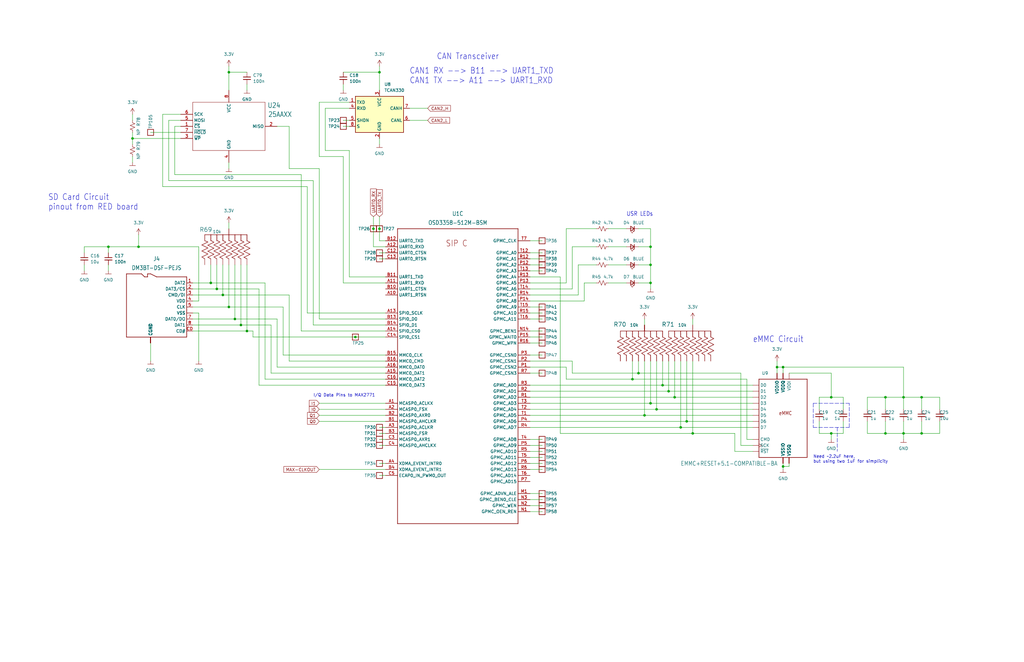
<source format=kicad_sch>
(kicad_sch (version 20211123) (generator eeschema)
  (paper "B")
  (junction (at 99.06 134.62))
  (junction (at 45.72 104.14))
  (junction (at 96.52 129.54))
  (junction (at 350.52 182.88))
  (junction (at 160.02 96.52))
  (junction (at 157.48 96.52))
  (junction (at 327.66 154.94))
  (junction (at 104.14 139.7))
  (junction (at 388.62 182.88))
  (junction (at 284.48 167.64))
  (junction (at 274.32 170.18))
  (junction (at 350.52 167.64))
  (junction (at 381 182.88))
  (junction (at 271.78 175.26))
  (junction (at 149.86 142.24))
  (junction (at 279.4 162.56))
  (junction (at 160.02 30.48))
  (junction (at 373.38 167.64))
  (junction (at 93.98 124.46))
  (junction (at 276.86 172.72))
  (junction (at 289.56 177.8))
  (junction (at 274.32 119.38))
  (junction (at 101.6 137.16))
  (junction (at 388.62 167.64))
  (junction (at 292.1 182.88))
  (junction (at 373.38 182.88))
  (junction (at 91.44 121.92))
  (junction (at 281.94 165.1))
  (junction (at 88.9 119.38))
  (junction (at 266.7 160.02))
  (junction (at 287.02 180.34))
  (junction (at 381 167.64))
  (junction (at 58.42 104.14))
  (junction (at 330.2 154.94))
  (junction (at 55.88 58.42))
  (junction (at 274.32 104.14))
  (junction (at 274.32 111.76))
  (junction (at 96.52 30.48))
  (junction (at 269.24 157.48))
  (junction (at 330.2 196.85))
  (wire (pts (xy 269.24 111.76) (xy 274.32 111.76)))
  (wire (pts (xy 223.52 119.38) (xy 238.76 119.38)))
  (wire (pts (xy 388.62 177.8) (xy 388.62 182.88)))
  (wire (pts (xy 274.32 104.14) (xy 274.32 111.76)))
  (wire (pts (xy 373.38 177.8) (xy 373.38 182.88)))
  (wire (pts (xy 144.78 53.34) (xy 147.32 53.34)))
  (wire (pts (xy 276.86 152.4) (xy 276.86 172.72)))
  (wire (pts (xy 327.66 152.4) (xy 327.66 154.94)))
  (wire (pts (xy 256.54 96.52) (xy 264.16 96.52)))
  (wire (pts (xy 309.88 190.5) (xy 317.5 190.5)))
  (wire (pts (xy 119.38 149.86) (xy 119.38 129.54)))
  (wire (pts (xy 35.56 111.76) (xy 35.56 114.3)))
  (polyline (pts (xy 353.06 180.34) (xy 353.06 190.5)))
  (wire (pts (xy 127 73.66) (xy 73.66 73.66)))
  (wire (pts (xy 238.76 154.94) (xy 238.76 160.02)))
  (wire (pts (xy 241.3 121.92) (xy 241.3 104.14)))
  (wire (pts (xy 281.94 152.4) (xy 281.94 165.1)))
  (wire (pts (xy 162.56 160.02) (xy 111.76 160.02)))
  (wire (pts (xy 68.58 48.26) (xy 76.2 48.26)))
  (wire (pts (xy 269.24 152.4) (xy 269.24 157.48)))
  (wire (pts (xy 160.02 182.88) (xy 162.56 182.88)))
  (wire (pts (xy 149.86 142.24) (xy 162.56 142.24)))
  (wire (pts (xy 162.56 101.6) (xy 160.02 101.6)))
  (wire (pts (xy 236.22 182.88) (xy 292.1 182.88)))
  (wire (pts (xy 365.76 172.72) (xy 365.76 167.64)))
  (wire (pts (xy 104.14 139.7) (xy 104.14 111.76)))
  (wire (pts (xy 134.62 175.26) (xy 162.56 175.26)))
  (wire (pts (xy 134.62 177.8) (xy 162.56 177.8)))
  (wire (pts (xy 223.52 149.86) (xy 228.6 149.86)))
  (wire (pts (xy 55.88 66.04) (xy 55.88 68.58)))
  (wire (pts (xy 223.52 172.72) (xy 276.86 172.72)))
  (wire (pts (xy 269.24 157.48) (xy 312.42 157.48)))
  (wire (pts (xy 396.24 177.8) (xy 396.24 182.88)))
  (wire (pts (xy 256.54 104.14) (xy 264.16 104.14)))
  (wire (pts (xy 160.02 30.48) (xy 160.02 38.1)))
  (wire (pts (xy 99.06 134.62) (xy 99.06 111.76)))
  (wire (pts (xy 327.66 154.94) (xy 330.2 154.94)))
  (wire (pts (xy 160.02 187.96) (xy 162.56 187.96)))
  (wire (pts (xy 121.92 124.46) (xy 93.98 124.46)))
  (wire (pts (xy 106.68 139.7) (xy 106.68 142.24)))
  (wire (pts (xy 45.72 106.68) (xy 45.72 104.14)))
  (wire (pts (xy 35.56 104.14) (xy 45.72 104.14)))
  (wire (pts (xy 396.24 172.72) (xy 396.24 167.64)))
  (wire (pts (xy 223.52 129.54) (xy 228.6 129.54)))
  (wire (pts (xy 388.62 167.64) (xy 396.24 167.64)))
  (wire (pts (xy 104.14 139.7) (xy 106.68 139.7)))
  (wire (pts (xy 144.78 66.04) (xy 134.62 66.04)))
  (wire (pts (xy 314.96 160.02) (xy 314.96 185.42)))
  (wire (pts (xy 309.88 182.88) (xy 309.88 190.5)))
  (wire (pts (xy 81.28 132.08) (xy 83.82 132.08)))
  (wire (pts (xy 160.02 106.68) (xy 162.56 106.68)))
  (wire (pts (xy 381 167.64) (xy 381 172.72)))
  (wire (pts (xy 147.32 43.18) (xy 134.62 43.18)))
  (polyline (pts (xy 358.14 180.34) (xy 358.14 170.18)))
  (wire (pts (xy 160.02 27.94) (xy 160.02 30.48)))
  (wire (pts (xy 223.52 106.68) (xy 228.6 106.68)))
  (wire (pts (xy 134.62 134.62) (xy 134.62 71.12)))
  (wire (pts (xy 276.86 172.72) (xy 317.5 172.72)))
  (wire (pts (xy 144.78 35.56) (xy 144.78 38.1)))
  (wire (pts (xy 271.78 152.4) (xy 271.78 175.26)))
  (wire (pts (xy 96.52 129.54) (xy 96.52 111.76)))
  (wire (pts (xy 55.88 48.26) (xy 55.88 50.8)))
  (wire (pts (xy 223.52 193.04) (xy 228.6 193.04)))
  (wire (pts (xy 157.48 91.44) (xy 157.48 96.52)))
  (wire (pts (xy 287.02 180.34) (xy 317.5 180.34)))
  (wire (pts (xy 281.94 165.1) (xy 317.5 165.1)))
  (wire (pts (xy 71.12 76.2) (xy 71.12 50.8)))
  (polyline (pts (xy 342.9 170.18) (xy 342.9 180.34)))
  (wire (pts (xy 223.52 175.26) (xy 271.78 175.26)))
  (wire (pts (xy 330.2 196.85) (xy 332.74 196.85)))
  (wire (pts (xy 246.38 127) (xy 246.38 119.38)))
  (wire (pts (xy 96.52 30.48) (xy 96.52 38.1)))
  (wire (pts (xy 129.54 132.08) (xy 129.54 78.74)))
  (wire (pts (xy 243.84 111.76) (xy 251.46 111.76)))
  (wire (pts (xy 129.54 78.74) (xy 68.58 78.74)))
  (wire (pts (xy 127 139.7) (xy 127 73.66)))
  (wire (pts (xy 381 182.88) (xy 381 185.42)))
  (wire (pts (xy 332.74 196.85) (xy 332.74 195.58)))
  (wire (pts (xy 73.66 53.34) (xy 76.2 53.34)))
  (wire (pts (xy 279.4 152.4) (xy 279.4 162.56)))
  (wire (pts (xy 381 167.64) (xy 381 154.94)))
  (wire (pts (xy 373.38 182.88) (xy 381 182.88)))
  (wire (pts (xy 223.52 127) (xy 246.38 127)))
  (wire (pts (xy 350.52 182.88) (xy 350.52 185.42)))
  (wire (pts (xy 106.68 142.24) (xy 149.86 142.24)))
  (wire (pts (xy 96.52 30.48) (xy 104.14 30.48)))
  (wire (pts (xy 238.76 96.52) (xy 251.46 96.52)))
  (wire (pts (xy 274.32 170.18) (xy 317.5 170.18)))
  (wire (pts (xy 388.62 167.64) (xy 388.62 172.72)))
  (wire (pts (xy 223.52 213.36) (xy 228.6 213.36)))
  (wire (pts (xy 223.52 195.58) (xy 228.6 195.58)))
  (wire (pts (xy 223.52 190.5) (xy 228.6 190.5)))
  (wire (pts (xy 388.62 182.88) (xy 381 182.88)))
  (wire (pts (xy 119.38 149.86) (xy 162.56 149.86)))
  (wire (pts (xy 101.6 137.16) (xy 101.6 111.76)))
  (wire (pts (xy 256.54 119.38) (xy 264.16 119.38)))
  (wire (pts (xy 58.42 99.06) (xy 58.42 104.14)))
  (wire (pts (xy 116.84 154.94) (xy 116.84 134.62)))
  (wire (pts (xy 55.88 55.88) (xy 55.88 58.42)))
  (wire (pts (xy 116.84 154.94) (xy 162.56 154.94)))
  (wire (pts (xy 96.52 93.98) (xy 96.52 96.52)))
  (wire (pts (xy 144.78 30.48) (xy 160.02 30.48)))
  (wire (pts (xy 172.72 45.72) (xy 180.34 45.72)))
  (wire (pts (xy 83.82 104.14) (xy 58.42 104.14)))
  (wire (pts (xy 83.82 132.08) (xy 83.82 152.4)))
  (wire (pts (xy 223.52 109.22) (xy 228.6 109.22)))
  (wire (pts (xy 238.76 119.38) (xy 238.76 96.52)))
  (wire (pts (xy 223.52 167.64) (xy 284.48 167.64)))
  (wire (pts (xy 223.52 157.48) (xy 228.6 157.48)))
  (wire (pts (xy 274.32 119.38) (xy 269.24 119.38)))
  (wire (pts (xy 162.56 139.7) (xy 127 139.7)))
  (wire (pts (xy 266.7 160.02) (xy 314.96 160.02)))
  (wire (pts (xy 91.44 121.92) (xy 81.28 121.92)))
  (wire (pts (xy 236.22 116.84) (xy 236.22 182.88)))
  (wire (pts (xy 162.56 104.14) (xy 157.48 104.14)))
  (wire (pts (xy 160.02 195.58) (xy 162.56 195.58)))
  (wire (pts (xy 243.84 124.46) (xy 243.84 111.76)))
  (wire (pts (xy 223.52 187.96) (xy 228.6 187.96)))
  (wire (pts (xy 81.28 127) (xy 83.82 127)))
  (wire (pts (xy 223.52 121.92) (xy 241.3 121.92)))
  (wire (pts (xy 223.52 139.7) (xy 228.6 139.7)))
  (wire (pts (xy 241.3 157.48) (xy 269.24 157.48)))
  (wire (pts (xy 88.9 111.76) (xy 88.9 119.38)))
  (wire (pts (xy 134.62 172.72) (xy 162.56 172.72)))
  (wire (pts (xy 223.52 185.42) (xy 228.6 185.42)))
  (wire (pts (xy 132.08 137.16) (xy 132.08 76.2)))
  (wire (pts (xy 162.56 119.38) (xy 144.78 119.38)))
  (wire (pts (xy 81.28 134.62) (xy 99.06 134.62)))
  (wire (pts (xy 381 167.64) (xy 388.62 167.64)))
  (wire (pts (xy 147.32 63.5) (xy 137.16 63.5)))
  (wire (pts (xy 160.02 58.42) (xy 160.02 60.96)))
  (wire (pts (xy 223.52 124.46) (xy 243.84 124.46)))
  (wire (pts (xy 223.52 101.6) (xy 228.6 101.6)))
  (wire (pts (xy 93.98 124.46) (xy 93.98 111.76)))
  (wire (pts (xy 279.4 162.56) (xy 317.5 162.56)))
  (wire (pts (xy 289.56 152.4) (xy 289.56 177.8)))
  (wire (pts (xy 109.22 162.56) (xy 109.22 121.92)))
  (wire (pts (xy 332.74 157.48) (xy 350.52 157.48)))
  (wire (pts (xy 144.78 119.38) (xy 144.78 66.04)))
  (wire (pts (xy 119.38 129.54) (xy 96.52 129.54)))
  (wire (pts (xy 121.92 152.4) (xy 121.92 124.46)))
  (wire (pts (xy 365.76 182.88) (xy 373.38 182.88)))
  (wire (pts (xy 292.1 182.88) (xy 309.88 182.88)))
  (wire (pts (xy 223.52 208.28) (xy 228.6 208.28)))
  (wire (pts (xy 88.9 119.38) (xy 81.28 119.38)))
  (wire (pts (xy 162.56 134.62) (xy 134.62 134.62)))
  (wire (pts (xy 172.72 50.8) (xy 180.34 50.8)))
  (wire (pts (xy 223.52 134.62) (xy 228.6 134.62)))
  (wire (pts (xy 160.02 200.66) (xy 162.56 200.66)))
  (wire (pts (xy 330.2 196.85) (xy 330.2 198.12)))
  (wire (pts (xy 116.84 134.62) (xy 99.06 134.62)))
  (wire (pts (xy 109.22 121.92) (xy 91.44 121.92)))
  (wire (pts (xy 55.88 58.42) (xy 55.88 60.96)))
  (wire (pts (xy 114.3 137.16) (xy 114.3 157.48)))
  (wire (pts (xy 162.56 116.84) (xy 147.32 116.84)))
  (wire (pts (xy 223.52 152.4) (xy 241.3 152.4)))
  (wire (pts (xy 223.52 162.56) (xy 279.4 162.56)))
  (wire (pts (xy 269.24 96.52) (xy 274.32 96.52)))
  (wire (pts (xy 71.12 50.8) (xy 76.2 50.8)))
  (wire (pts (xy 355.6 182.88) (xy 350.52 182.88)))
  (wire (pts (xy 292.1 134.62) (xy 292.1 137.16)))
  (wire (pts (xy 134.62 170.18) (xy 162.56 170.18)))
  (wire (pts (xy 373.38 167.64) (xy 373.38 172.72)))
  (wire (pts (xy 76.2 58.42) (xy 55.88 58.42)))
  (wire (pts (xy 223.52 114.3) (xy 228.6 114.3)))
  (wire (pts (xy 330.2 195.58) (xy 330.2 196.85)))
  (wire (pts (xy 35.56 106.68) (xy 35.56 104.14)))
  (polyline (pts (xy 342.9 180.34) (xy 358.14 180.34)))
  (wire (pts (xy 160.02 185.42) (xy 162.56 185.42)))
  (wire (pts (xy 134.62 198.12) (xy 162.56 198.12)))
  (wire (pts (xy 241.3 152.4) (xy 241.3 157.48)))
  (wire (pts (xy 345.44 182.88) (xy 350.52 182.88)))
  (wire (pts (xy 45.72 104.14) (xy 58.42 104.14)))
  (wire (pts (xy 157.48 96.52) (xy 157.48 104.14)))
  (wire (pts (xy 160.02 180.34) (xy 162.56 180.34)))
  (wire (pts (xy 327.66 157.48) (xy 327.66 154.94)))
  (wire (pts (xy 269.24 104.14) (xy 274.32 104.14)))
  (wire (pts (xy 289.56 177.8) (xy 317.5 177.8)))
  (wire (pts (xy 81.28 139.7) (xy 104.14 139.7)))
  (wire (pts (xy 317.5 187.96) (xy 312.42 187.96)))
  (wire (pts (xy 91.44 111.76) (xy 91.44 121.92)))
  (wire (pts (xy 274.32 152.4) (xy 274.32 170.18)))
  (wire (pts (xy 162.56 132.08) (xy 129.54 132.08)))
  (wire (pts (xy 373.38 167.64) (xy 381 167.64)))
  (wire (pts (xy 83.82 127) (xy 83.82 104.14)))
  (wire (pts (xy 381 177.8) (xy 381 182.88)))
  (wire (pts (xy 104.14 35.56) (xy 104.14 38.1)))
  (wire (pts (xy 223.52 215.9) (xy 228.6 215.9)))
  (wire (pts (xy 266.7 152.4) (xy 266.7 160.02)))
  (wire (pts (xy 134.62 66.04) (xy 134.62 43.18)))
  (wire (pts (xy 223.52 154.94) (xy 238.76 154.94)))
  (wire (pts (xy 68.58 78.74) (xy 68.58 48.26)))
  (wire (pts (xy 147.32 116.84) (xy 147.32 63.5)))
  (wire (pts (xy 160.02 109.22) (xy 162.56 109.22)))
  (wire (pts (xy 121.92 152.4) (xy 162.56 152.4)))
  (wire (pts (xy 350.52 167.64) (xy 350.52 157.48)))
  (wire (pts (xy 312.42 187.96) (xy 312.42 157.48)))
  (wire (pts (xy 241.3 104.14) (xy 251.46 104.14)))
  (wire (pts (xy 223.52 144.78) (xy 228.6 144.78)))
  (wire (pts (xy 396.24 182.88) (xy 388.62 182.88)))
  (wire (pts (xy 223.52 132.08) (xy 228.6 132.08)))
  (wire (pts (xy 256.54 111.76) (xy 264.16 111.76)))
  (wire (pts (xy 121.92 71.12) (xy 121.92 53.34)))
  (wire (pts (xy 134.62 71.12) (xy 121.92 71.12)))
  (wire (pts (xy 274.32 121.92) (xy 274.32 119.38)))
  (wire (pts (xy 121.92 53.34) (xy 116.84 53.34)))
  (wire (pts (xy 223.52 165.1) (xy 281.94 165.1)))
  (wire (pts (xy 365.76 167.64) (xy 373.38 167.64)))
  (wire (pts (xy 284.48 167.64) (xy 317.5 167.64)))
  (wire (pts (xy 81.28 129.54) (xy 96.52 129.54)))
  (wire (pts (xy 345.44 172.72) (xy 345.44 167.64)))
  (wire (pts (xy 96.52 27.94) (xy 96.52 30.48)))
  (wire (pts (xy 223.52 198.12) (xy 228.6 198.12)))
  (wire (pts (xy 365.76 177.8) (xy 365.76 182.88)))
  (wire (pts (xy 223.52 210.82) (xy 228.6 210.82)))
  (wire (pts (xy 81.28 124.46) (xy 93.98 124.46)))
  (wire (pts (xy 238.76 160.02) (xy 266.7 160.02)))
  (wire (pts (xy 223.52 180.34) (xy 287.02 180.34)))
  (wire (pts (xy 274.32 111.76) (xy 274.32 119.38)))
  (wire (pts (xy 355.6 172.72) (xy 355.6 167.64)))
  (wire (pts (xy 355.6 177.8) (xy 355.6 182.88)))
  (wire (pts (xy 132.08 76.2) (xy 71.12 76.2)))
  (wire (pts (xy 284.48 152.4) (xy 284.48 167.64)))
  (wire (pts (xy 381 154.94) (xy 330.2 154.94)))
  (wire (pts (xy 73.66 73.66) (xy 73.66 53.34)))
  (wire (pts (xy 147.32 45.72) (xy 137.16 45.72)))
  (wire (pts (xy 63.5 55.88) (xy 76.2 55.88)))
  (wire (pts (xy 292.1 152.4) (xy 292.1 182.88)))
  (wire (pts (xy 160.02 96.52) (xy 160.02 101.6)))
  (wire (pts (xy 287.02 152.4) (xy 287.02 180.34)))
  (wire (pts (xy 101.6 137.16) (xy 114.3 137.16)))
  (wire (pts (xy 271.78 134.62) (xy 271.78 137.16)))
  (wire (pts (xy 111.76 119.38) (xy 88.9 119.38)))
  (wire (pts (xy 345.44 177.8) (xy 345.44 182.88)))
  (wire (pts (xy 160.02 91.44) (xy 160.02 96.52)))
  (wire (pts (xy 144.78 50.8) (xy 147.32 50.8)))
  (wire (pts (xy 81.28 137.16) (xy 101.6 137.16)))
  (wire (pts (xy 355.6 167.64) (xy 350.52 167.64)))
  (wire (pts (xy 345.44 167.64) (xy 350.52 167.64)))
  (wire (pts (xy 223.52 170.18) (xy 274.32 170.18)))
  (wire (pts (xy 330.2 154.94) (xy 330.2 157.48)))
  (wire (pts (xy 314.96 185.42) (xy 317.5 185.42)))
  (wire (pts (xy 223.52 111.76) (xy 228.6 111.76)))
  (wire (pts (xy 96.52 68.58) (xy 96.52 71.12)))
  (wire (pts (xy 109.22 162.56) (xy 162.56 162.56)))
  (wire (pts (xy 223.52 177.8) (xy 289.56 177.8)))
  (wire (pts (xy 223.52 116.84) (xy 236.22 116.84)))
  (wire (pts (xy 162.56 137.16) (xy 132.08 137.16)))
  (wire (pts (xy 63.5 144.78) (xy 63.5 152.4)))
  (polyline (pts (xy 342.9 170.18) (xy 358.14 170.18)))
  (wire (pts (xy 274.32 96.52) (xy 274.32 104.14)))
  (wire (pts (xy 223.52 142.24) (xy 228.6 142.24)))
  (wire (pts (xy 111.76 160.02) (xy 111.76 119.38)))
  (wire (pts (xy 271.78 175.26) (xy 317.5 175.26)))
  (wire (pts (xy 137.16 63.5) (xy 137.16 45.72)))
  (wire (pts (xy 45.72 111.76) (xy 45.72 114.3)))
  (wire (pts (xy 114.3 157.48) (xy 162.56 157.48)))
  (wire (pts (xy 246.38 119.38) (xy 251.46 119.38)))
  (text "CAN1 RX --> B11 --> UART1_TXD\nCAN1 TX --> A11 --> UART1_RXD" (at 172.72 35.56 0) (effects (font (size 2.54 2.159)) (justify left bottom)))
  (text "I/Q Data Pins to MAX2771" (at 132.08 167.64 0) (effects (font (size 1.27 1.27)) (justify left bottom)))
  (text "eMMC Circuit" (at 317.5 144.78 180) (effects (font (size 2.54 2.159)) (justify left bottom)))
  (text "SD Card Circuit\npinout from RED board" (at 20.32 88.9 180) (effects (font (size 2.54 2.159)) (justify left bottom)))
  (text "Need ~2.2uF here, \nbut using two 1uF for simplicity" (at 342.9 195.58 0) (effects (font (size 1.27 1.27)) (justify left bottom)))
  (text "USR LEDs" (at 264.16 91.44 180) (effects (font (size 1.778 1.5113)) (justify left bottom)))
  (text "CAN Transceiver" (at 184.15 25.4 180) (effects (font (size 2.54 2.159)) (justify left bottom)))
  (global_label "I1" (shape input) (at 134.62 170.18 180) (property "Intersheet References" "${INTERSHEET_REFS}" (effects hide)))
  (global_label "Q0" (shape input) (at 134.62 177.8 180) (property "Intersheet References" "${INTERSHEET_REFS}" (effects hide)))
  (global_label "MAX-CLKOUT" (shape input) (at 134.62 198.12 180) (property "Intersheet References" "${INTERSHEET_REFS}" (effects hide)))
  (global_label "Q1" (shape input) (at 134.62 175.26 180) (property "Intersheet References" "${INTERSHEET_REFS}" (effects hide)))
  (global_label "UART0_RX" (shape input) (at 157.48 91.44 90) (property "Intersheet References" "${INTERSHEET_REFS}" (effects hide)))
  (global_label "CAN2_L" (shape input) (at 180.34 50.8 0) (property "Intersheet References" "${INTERSHEET_REFS}" (effects hide)))
  (global_label "I0" (shape input) (at 134.62 172.72 180) (property "Intersheet References" "${INTERSHEET_REFS}" (effects hide)))
  (global_label "CAN2_H" (shape input) (at 180.34 45.72 0) (property "Intersheet References" "${INTERSHEET_REFS}" (effects hide)))
  (global_label "UART0_TX" (shape input) (at 160.02 91.44 90) (property "Intersheet References" "${INTERSHEET_REFS}" (effects hide)))
  (symbol (lib_id "OreSat-TestPoint:Test-Point") (at 157.48 96.52 0) (unit 1)
    (property "Reference" "TP26" (at 151.13 96.52 0) (effects (justify left)))
    (property "Value" "Test-Point" (effects hide))
    (property "Footprint" "OreSat-TestPoint:PAD.03X.04" (effects hide))
  )
  (symbol (lib_id "OreSat-TestPoint:Test-Point") (at 228.6 109.22 180) (unit 1)
    (property "Reference" "TP38" (at 234.95 109.22 0) (effects (justify left)))
    (property "Value" "Test-Point" (effects hide))
    (property "Footprint" "OreSat-TestPoint:PAD.03X.04" (effects hide))
  )
  (symbol (lib_id "OreSat-Power:3.3V") (at 55.88 48.26 0) (unit 1)
    (property "Reference" "#3V03" (effects hide))
    (property "Value" "3.3V" (at 55.88 43.18 0))
  )
  (symbol (lib_id "OreSat-TestPoint:Test-Point") (at 160.02 187.96 0) (unit 1)
    (property "Reference" "TP33" (at 153.67 187.96 0) (effects (justify left)))
    (property "Value" "Test-Point" (effects hide))
    (property "Footprint" "OreSat-TestPoint:PAD.03X.04" (effects hide))
  )
  (symbol (lib_id "OreSat-TestPoint:Test-Point") (at 228.6 208.28 180) (unit 1)
    (property "Reference" "TP55" (at 234.95 208.28 0) (effects (justify left)))
    (property "Value" "Test-Point" (effects hide))
    (property "Footprint" "OreSat-TestPoint:PAD.03X.04" (effects hide))
  )
  (symbol (lib_id "OreSat-Power:3.3V") (at 292.1 134.62 0) (unit 1)
    (property "Reference" "#3V0106" (effects hide))
    (property "Value" "3.3V" (at 292.1 129.54 0))
  )
  (symbol (lib_id "OreSat-Power:GND") (at 381 185.42 0) (unit 1)
    (property "Reference" "#GND0145" (effects hide))
    (property "Value" "GND" (at 381 189.23 0))
  )
  (symbol (lib_id "OreSat-TestPoint:Test-Point") (at 228.6 144.78 180) (unit 1)
    (property "Reference" "TP46" (at 234.95 144.78 0) (effects (justify left)))
    (property "Value" "Test-Point" (effects hide))
    (property "Footprint" "OreSat-TestPoint:PAD.03X.04" (effects hide))
  )
  (symbol (lib_id "U-Microchip-25AAXXX-eeprom:25AAXX") (at 96.52 53.34 0) (unit 1)
    (property "Reference" "U24" (at 115.57 44.45 0) (effects (font (size 2.0828 1.7703))))
    (property "Value" "25AAXX" (at 118.11 48.26 0) (effects (font (size 2.0828 1.7703))))
    (property "Footprint" "Package_SO:SOIC-8_3.9x4.9mm_P1.27mm" (effects hide))
    (property "Datasheet" "https://ww1.microchip.com/downloads/en/DeviceDoc/25AA256-25LC256-256K-SPI-Bus-Serial-EEPROM-20001822H.pdf" (effects hide))
  )
  (symbol (lib_id "OreSat-Power:GND") (at 63.5 152.4 0) (unit 1)
    (property "Reference" "#GND0136" (effects hide))
    (property "Value" "GND" (at 63.5 156.21 0))
  )
  (symbol (lib_id "Device:LED_Small") (at 266.7 96.52 180) (unit 1)
    (property "Reference" "D4" (at 264.16 93.98 0))
    (property "Value" "BLUE" (at 269.24 93.98 0))
    (property "Footprint" "LED_SMD:LED_0603_1608Metric" (effects hide))
  )
  (symbol (lib_id "Device:R_Small_US") (at 254 111.76 90) (unit 1)
    (property "Reference" "R44" (at 251.46 109.22 90))
    (property "Value" "4.7k" (at 256.54 109.22 90))
    (property "Footprint" "Resistor_SMD:R_0603_1608Metric" (effects hide))
  )
  (symbol (lib_id "Device:C_Small") (at 365.76 175.26 0) (mirror y) (unit 1)
    (property "Reference" "C21" (at 369.57 173.99 0) (effects (justify left)))
    (property "Value" "1u" (at 369.57 176.53 0) (effects (justify left)))
    (property "Footprint" "Capacitor_SMD:C_0603_1608Metric" (effects hide))
  )
  (symbol (lib_id "Device:C_Small") (at 388.62 175.26 0) (mirror y) (unit 1)
    (property "Reference" "C24" (at 392.43 173.99 0) (effects (justify left)))
    (property "Value" "1u" (at 392.43 176.53 0) (effects (justify left)))
    (property "Footprint" "Capacitor_SMD:C_0603_1608Metric" (effects hide))
  )
  (symbol (lib_id "OreSat-Power:3.3V") (at 96.52 93.98 0) (unit 1)
    (property "Reference" "#3V0101" (effects hide))
    (property "Value" "3.3V" (at 96.52 88.9 0))
  )
  (symbol (lib_id "U-Generic-eMMC-153pin:EMMC+RESET+5.1-COMPATIBLE-BA") (at 330.2 175.26 0) (unit 1)
    (property "Reference" "U9" (at 322.58 157.48 0))
    (property "Value" "EMMC+RESET+5.1-COMPATIBLE-BA" (at 287.02 195.58 0) (effects (font (size 1.778 1.5113)) (justify left)))
    (property "Footprint" "oresat-footprints:BGA-153(11.5X13)(EMMC-BA)" (effects hide))
  )
  (symbol (lib_id "OreSat-TestPoint:Test-Point") (at 228.6 215.9 180) (unit 1)
    (property "Reference" "TP58" (at 234.95 215.9 0) (effects (justify left)))
    (property "Value" "Test-Point" (effects hide))
    (property "Footprint" "OreSat-TestPoint:PAD.03X.04" (effects hide))
  )
  (symbol (lib_id "OreSat-Power:3.3V") (at 327.66 152.4 0) (unit 1)
    (property "Reference" "#3V0104" (effects hide))
    (property "Value" "3.3V" (at 327.66 147.32 0))
  )
  (symbol (lib_id "Device:R_Small_US") (at 254 96.52 90) (unit 1)
    (property "Reference" "R42" (at 251.46 93.98 90))
    (property "Value" "4.7k" (at 256.54 93.98 90))
    (property "Footprint" "Resistor_SMD:R_0603_1608Metric" (effects hide))
  )
  (symbol (lib_id "Device:C_Small") (at 35.56 109.22 0) (unit 1)
    (property "Reference" "C16" (at 38.1 107.9562 0) (effects (justify left)))
    (property "Value" "10u" (at 38.1 110.4962 0) (effects (justify left)))
    (property "Footprint" "Capacitor_SMD:C_0805_2012Metric" (effects hide))
  )
  (symbol (lib_id "Interface_CAN_LIN:TCAN330") (at 160.02 48.26 0) (unit 1)
    (property "Reference" "U8" (at 162.0394 35.56 0) (effects (justify left)))
    (property "Value" "TCAN330" (at 162.0394 38.1 0) (effects (justify left)))
    (property "Footprint" "Package_TO_SOT_SMD:SOT-23-8" (effects hide))
    (property "Datasheet" "http://www.ti.com/lit/ds/symlink/tcan337.pdf" (effects hide))
  )
  (symbol (lib_id "Device:C_Small") (at 373.38 175.26 0) (mirror y) (unit 1)
    (property "Reference" "C22" (at 377.19 173.99 0) (effects (justify left)))
    (property "Value" "1u" (at 377.19 176.53 0) (effects (justify left)))
    (property "Footprint" "Capacitor_SMD:C_0603_1608Metric" (effects hide))
  )
  (symbol (lib_id "OreSat-TestPoint:Test-Point") (at 228.6 106.68 180) (unit 1)
    (property "Reference" "TP37" (at 234.95 106.68 0) (effects (justify left)))
    (property "Value" "Test-Point" (effects hide))
    (property "Footprint" "OreSat-TestPoint:PAD.03X.04" (effects hide))
  )
  (symbol (lib_id "OreSat-Power:3.3V") (at 160.02 27.94 0) (unit 1)
    (property "Reference" "#3V0103" (effects hide))
    (property "Value" "3.3V" (at 160.02 22.86 0))
  )
  (symbol (lib_id "OreSat-Power:GND") (at 274.32 121.92 0) (unit 1)
    (property "Reference" "#GND0144" (effects hide))
    (property "Value" "GND" (at 274.32 125.73 0))
  )
  (symbol (lib_id "OreSat-TestPoint:Test-Point") (at 160.02 200.66 0) (unit 1)
    (property "Reference" "TP35" (at 153.67 200.66 0) (effects (justify left)))
    (property "Value" "Test-Point" (effects hide))
    (property "Footprint" "OreSat-TestPoint:PAD.03X.04" (effects hide))
  )
  (symbol (lib_id "OreSat-Power:GND") (at 83.82 152.4 0) (unit 1)
    (property "Reference" "#GND0139" (effects hide))
    (property "Value" "GND" (at 83.82 156.21 0))
  )
  (symbol (lib_id "OreSat-TestPoint:Test-Point") (at 228.6 190.5 180) (unit 1)
    (property "Reference" "TP51" (at 234.95 190.5 0) (effects (justify left)))
    (property "Value" "Test-Point" (effects hide))
    (property "Footprint" "OreSat-TestPoint:PAD.03X.04" (effects hide))
  )
  (symbol (lib_id "OreSat-TestPoint:Test-Point") (at 228.6 187.96 180) (unit 1)
    (property "Reference" "TP50" (at 234.95 187.96 0) (effects (justify left)))
    (property "Value" "Test-Point" (effects hide))
    (property "Footprint" "OreSat-TestPoint:PAD.03X.04" (effects hide))
  )
  (symbol (lib_id "OreSat-TestPoint:Test-Point") (at 228.6 142.24 180) (unit 1)
    (property "Reference" "TP45" (at 234.95 142.24 0) (effects (justify left)))
    (property "Value" "Test-Point" (effects hide))
    (property "Footprint" "OreSat-TestPoint:PAD.03X.04" (effects hide))
  )
  (symbol (lib_id "OreSat-TestPoint:Test-Point") (at 144.78 50.8 0) (unit 1)
    (property "Reference" "TP23" (at 138.43 50.8 0) (effects (justify left)))
    (property "Value" "Test-Point" (effects hide))
    (property "Footprint" "OreSat-TestPoint:PAD.03X.04" (effects hide))
  )
  (symbol (lib_id "OreSat-Power:GND") (at 350.52 185.42 0) (unit 1)
    (property "Reference" "#GND0142" (effects hide))
    (property "Value" "GND" (at 350.52 189.23 0))
  )
  (symbol (lib_id "OreSat-Power:GND") (at 35.56 114.3 0) (unit 1)
    (property "Reference" "#GND0138" (effects hide))
    (property "Value" "GND" (at 35.56 118.11 0))
  )
  (symbol (lib_id "OreSat-TestPoint:Test-Point") (at 228.6 114.3 180) (unit 1)
    (property "Reference" "TP40" (at 234.95 114.3 0) (effects (justify left)))
    (property "Value" "Test-Point" (effects hide))
    (property "Footprint" "OreSat-TestPoint:PAD.03X.04" (effects hide))
  )
  (symbol (lib_id "OreSat-TestPoint:Test-Point") (at 228.6 185.42 180) (unit 1)
    (property "Reference" "TP49" (at 234.95 185.42 0) (effects (justify left)))
    (property "Value" "Test-Point" (effects hide))
    (property "Footprint" "OreSat-TestPoint:PAD.03X.04" (effects hide))
  )
  (symbol (lib_id "Device:C_Small") (at 104.14 33.02 0) (unit 1)
    (property "Reference" "C79" (at 106.68 31.7562 0) (effects (justify left)))
    (property "Value" "100n" (at 106.68 34.2962 0) (effects (justify left)))
    (property "Footprint" "Capacitor_SMD:C_0603_1608Metric" (effects hide))
  )
  (symbol (lib_id "OreSat-Power:GND") (at 45.72 114.3 0) (unit 1)
    (property "Reference" "#GND0137" (effects hide))
    (property "Value" "GND" (at 45.72 118.11 0))
  )
  (symbol (lib_id "Device:C_Small") (at 345.44 175.26 0) (mirror y) (unit 1)
    (property "Reference" "C19" (at 349.25 173.99 0) (effects (justify left)))
    (property "Value" "1u" (at 349.25 176.53 0) (effects (justify left)))
    (property "Footprint" "Capacitor_SMD:C_0603_1608Metric" (effects hide))
  )
  (symbol (lib_id "OreSat-TestPoint:Test-Point") (at 228.6 157.48 180) (unit 1)
    (property "Reference" "TP48" (at 234.95 157.48 0) (effects (justify left)))
    (property "Value" "Test-Point" (effects hide))
    (property "Footprint" "OreSat-TestPoint:PAD.03X.04" (effects hide))
  )
  (symbol (lib_id "OreSat-TestPoint:Test-Point") (at 149.86 142.24 0) (unit 1)
    (property "Reference" "TP25" (at 148.59 144.78 0) (effects (justify left)))
    (property "Value" "Test-Point" (effects hide))
    (property "Footprint" "OreSat-TestPoint:PAD.03X.04" (effects hide))
  )
  (symbol (lib_id "OreSat-TestPoint:Test-Point") (at 228.6 193.04 180) (unit 1)
    (property "Reference" "TP52" (at 234.95 193.04 0) (effects (justify left)))
    (property "Value" "Test-Point" (effects hide))
    (property "Footprint" "OreSat-TestPoint:PAD.03X.04" (effects hide))
  )
  (symbol (lib_id "Device:LED_Small") (at 266.7 104.14 180) (unit 1)
    (property "Reference" "D5" (at 264.16 101.6 0))
    (property "Value" "BLUE" (at 269.24 101.6 0))
    (property "Footprint" "LED_SMD:LED_0603_1608Metric" (effects hide))
  )
  (symbol (lib_id "OreSat-Power:3.3V") (at 271.78 134.62 0) (unit 1)
    (property "Reference" "#3V0105" (effects hide))
    (property "Value" "3.3V" (at 271.78 129.54 0))
  )
  (symbol (lib_id "U-OSD3358-512M-BSM:OSD3358-512M-BSM") (at 193.04 157.48 0) (unit 3)
    (property "Reference" "U1" (at 193.04 90.17 0) (effects (font (size 1.778 1.5113))))
    (property "Value" "OSD3358-512M-BSM" (at 193.04 93.98 0) (effects (font (size 1.778 1.5113))))
    (property "Footprint" "oresat-footprints:U-Octavo-OSD335X-BGA-256" (effects hide))
    (property "Description" "OSD335x Embedded Module 1GHz 512MB" (effects hide))
    (property "Distributor" "DigiKey" (effects hide))
    (property "MPN" "OSD3358-512M-BSM" (effects hide))
  )
  (symbol (lib_id "Device:C_Small") (at 144.78 33.02 0) (unit 1)
    (property "Reference" "C18" (at 147.32 31.7562 0) (effects (justify left)))
    (property "Value" "100n" (at 147.32 34.2962 0) (effects (justify left)))
    (property "Footprint" "Capacitor_SMD:C_0603_1608Metric" (effects hide))
  )
  (symbol (lib_id "OreSat-TestPoint:Test-Point") (at 160.02 109.22 0) (unit 1)
    (property "Reference" "TP29" (at 153.67 109.22 0) (effects (justify left)))
    (property "Value" "Test-Point" (effects hide))
    (property "Footprint" "OreSat-TestPoint:PAD.03X.04" (effects hide))
  )
  (symbol (lib_id "OreSat-TestPoint:Test-Point") (at 228.6 134.62 180) (unit 1)
    (property "Reference" "TP43" (at 234.95 134.62 0) (effects (justify left)))
    (property "Value" "Test-Point" (effects hide))
    (property "Footprint" "OreSat-TestPoint:PAD.03X.04" (effects hide))
  )
  (symbol (lib_id "OreSat-TestPoint:Test-Point") (at 228.6 213.36 180) (unit 1)
    (property "Reference" "TP57" (at 234.95 213.36 0) (effects (justify left)))
    (property "Value" "Test-Point" (effects hide))
    (property "Footprint" "OreSat-TestPoint:PAD.03X.04" (effects hide))
  )
  (symbol (lib_id "OreSat-TestPoint:Test-Point") (at 228.6 101.6 180) (unit 1)
    (property "Reference" "TP36" (at 234.95 101.6 0) (effects (justify left)))
    (property "Value" "Test-Point" (effects hide))
    (property "Footprint" "OreSat-TestPoint:PAD.03X.04" (effects hide))
  )
  (symbol (lib_id "OreSat-TestPoint:Test-Point") (at 228.6 139.7 180) (unit 1)
    (property "Reference" "TP44" (at 234.95 139.7 0) (effects (justify left)))
    (property "Value" "Test-Point" (effects hide))
    (property "Footprint" "OreSat-TestPoint:PAD.03X.04" (effects hide))
  )
  (symbol (lib_id "OreSat-Power:GND") (at 104.14 38.1 0) (unit 1)
    (property "Reference" "#GND05" (effects hide))
    (property "Value" "GND" (at 104.14 41.91 0))
  )
  (symbol (lib_id "Device:R_Small_US") (at 254 104.14 90) (unit 1)
    (property "Reference" "R43" (at 251.46 101.6 90))
    (property "Value" "4.7k" (at 256.54 101.6 90))
    (property "Footprint" "Resistor_SMD:R_0603_1608Metric" (effects hide))
  )
  (symbol (lib_id "OreSat-TestPoint:Test-Point") (at 160.02 106.68 0) (unit 1)
    (property "Reference" "TP28" (at 153.67 106.68 0) (effects (justify left)))
    (property "Value" "Test-Point" (effects hide))
    (property "Footprint" "OreSat-TestPoint:PAD.03X.04" (effects hide))
  )
  (symbol (lib_id "Device:R_Small_US") (at 55.88 63.5 0) (unit 1)
    (property "Reference" "R79" (at 58.42 63.5 90) (effects (justify left)))
    (property "Value" "NP" (at 58.42 67.31 90) (effects (justify left)))
    (property "Footprint" "Resistor_SMD:R_0603_1608Metric" (effects hide))
  )
  (symbol (lib_id "OreSat-TestPoint:Test-Point") (at 160.02 180.34 0) (unit 1)
    (property "Reference" "TP30" (at 153.67 180.34 0) (effects (justify left)))
    (property "Value" "Test-Point" (effects hide))
    (property "Footprint" "OreSat-TestPoint:PAD.03X.04" (effects hide))
  )
  (symbol (lib_id "OreSat-TestPoint:Test-Point") (at 160.02 182.88 0) (unit 1)
    (property "Reference" "TP31" (at 153.67 182.88 0) (effects (justify left)))
    (property "Value" "Test-Point" (effects hide))
    (property "Footprint" "OreSat-TestPoint:PAD.03X.04" (effects hide))
  )
  (symbol (lib_id "OreSat-TestPoint:Test-Point") (at 228.6 149.86 180) (unit 1)
    (property "Reference" "TP47" (at 234.95 149.86 0) (effects (justify left)))
    (property "Value" "Test-Point" (effects hide))
    (property "Footprint" "OreSat-TestPoint:PAD.03X.04" (effects hide))
  )
  (symbol (lib_id "OreSat-Power:3.3V") (at 96.52 27.94 0) (unit 1)
    (property "Reference" "#3V04" (effects hide))
    (property "Value" "3.3V" (at 96.52 22.86 0))
  )
  (symbol (lib_id "OreSat-Power:3.3V") (at 58.42 99.06 0) (unit 1)
    (property "Reference" "#3V0102" (effects hide))
    (property "Value" "3.3V" (at 58.42 93.98 0))
  )
  (symbol (lib_id "OreSat-TestPoint:Test-Point") (at 228.6 195.58 180) (unit 1)
    (property "Reference" "TP53" (at 234.95 195.58 0) (effects (justify left)))
    (property "Value" "Test-Point" (effects hide))
    (property "Footprint" "OreSat-TestPoint:PAD.03X.04" (effects hide))
  )
  (symbol (lib_id "OreSat-TestPoint:Test-Point") (at 228.6 111.76 180) (unit 1)
    (property "Reference" "TP39" (at 234.95 111.76 0) (effects (justify left)))
    (property "Value" "Test-Point" (effects hide))
    (property "Footprint" "OreSat-TestPoint:PAD.03X.04" (effects hide))
  )
  (symbol (lib_id "OreSat-TestPoint:Test-Point") (at 160.02 96.52 180) (unit 1)
    (property "Reference" "TP27" (at 166.37 96.52 0) (effects (justify left)))
    (property "Value" "Test-Point" (effects hide))
    (property "Footprint" "OreSat-TestPoint:PAD.03X.04" (effects hide))
  )
  (symbol (lib_id "Device:LED_Small") (at 266.7 111.76 180) (unit 1)
    (property "Reference" "D6" (at 264.16 109.22 0))
    (property "Value" "BLUE" (at 269.24 109.22 0))
    (property "Footprint" "LED_SMD:LED_0603_1608Metric" (effects hide))
  )
  (symbol (lib_id "OreSat-TestPoint:Test-Point") (at 144.78 53.34 0) (unit 1)
    (property "Reference" "TP24" (at 138.43 53.34 0) (effects (justify left)))
    (property "Value" "Test-Point" (effects hide))
    (property "Footprint" "OreSat-TestPoint:PAD.03X.04" (effects hide))
  )
  (symbol (lib_id "OreSat-TestPoint:Test-Point") (at 228.6 132.08 180) (unit 1)
    (property "Reference" "TP42" (at 234.95 132.08 0) (effects (justify left)))
    (property "Value" "Test-Point" (effects hide))
    (property "Footprint" "OreSat-TestPoint:PAD.03X.04" (effects hide))
  )
  (symbol (lib_id "Device:C_Small") (at 381 175.26 0) (mirror y) (unit 1)
    (property "Reference" "C23" (at 384.81 173.99 0) (effects (justify left)))
    (property "Value" "1u" (at 384.81 176.53 0) (effects (justify left)))
    (property "Footprint" "Capacitor_SMD:C_0603_1608Metric" (effects hide))
  )
  (symbol (lib_id "OreSat-Power:GND") (at 55.88 68.58 0) (unit 1)
    (property "Reference" "#GND03" (effects hide))
    (property "Value" "GND" (at 55.88 72.39 0))
  )
  (symbol (lib_id "OreSat-TestPoint:Test-Point") (at 63.5 55.88 270) (unit 1)
    (property "Reference" "TP105" (at 63.5 48.26 0) (effects (justify left)))
    (property "Value" "Test-Point" (effects hide))
    (property "Footprint" "OreSat-TestPoint:PAD.03X.04" (effects hide))
  )
  (symbol (lib_id "OreSat-TestPoint:Test-Point") (at 228.6 198.12 180) (unit 1)
    (property "Reference" "TP54" (at 234.95 198.12 0) (effects (justify left)))
    (property "Value" "Test-Point" (effects hide))
    (property "Footprint" "OreSat-TestPoint:PAD.03X.04" (effects hide))
  )
  (symbol (lib_id "OreSat-TestPoint:Test-Point") (at 160.02 195.58 0) (unit 1)
    (property "Reference" "TP34" (at 153.67 195.58 0) (effects (justify left)))
    (property "Value" "Test-Point" (effects hide))
    (property "Footprint" "OreSat-TestPoint:PAD.03X.04" (effects hide))
  )
  (symbol (lib_id "Device:C_Small") (at 396.24 175.26 0) (mirror y) (unit 1)
    (property "Reference" "C25" (at 400.05 173.99 0) (effects (justify left)))
    (property "Value" "10u" (at 400.05 176.53 0) (effects (justify left)))
    (property "Footprint" "Capacitor_SMD:C_0805_2012Metric" (effects hide))
  )
  (symbol (lib_id "Device:R_Small_US") (at 55.88 53.34 0) (unit 1)
    (property "Reference" "R78" (at 58.42 53.34 90) (effects (justify left)))
    (property "Value" "NP" (at 58.42 57.15 90) (effects (justify left)))
    (property "Footprint" "Resistor_SMD:R_0603_1608Metric" (effects hide))
  )
  (symbol (lib_id "J-Hirose-DM3BT-DSF-PEJS-sd-connector:DM3BT-DSF-PEJS") (at 66.04 129.54 0) (mirror y) (unit 1)
    (property "Reference" "J4" (at 66.04 109.22 0) (effects (font (size 1.778 1.5113))))
    (property "Value" "DM3BT-DSF-PEJS" (at 66.04 113.03 0) (effects (font (size 1.778 1.5113))))
    (property "Footprint" "oresat-footprints:J-Hirose-DM3BT-DSF-PEJS" (effects hide))
  )
  (symbol (lib_id "OreSat-Power:GND") (at 160.02 60.96 0) (unit 1)
    (property "Reference" "#GND0141" (effects hide))
    (property "Value" "GND" (at 160.02 64.77 0))
  )
  (symbol (lib_id "Device:C_Small") (at 355.6 175.26 0) (unit 1)
    (property "Reference" "C20" (at 351.79 173.99 0) (effects (justify left)))
    (property "Value" "1u" (at 351.79 176.53 0) (effects (justify left)))
    (property "Footprint" "Capacitor_SMD:C_0603_1608Metric" (effects hide))
  )
  (symbol (lib_id "Device:LED_Small") (at 266.7 119.38 180) (unit 1)
    (property "Reference" "D7" (at 264.16 116.84 0))
    (property "Value" "BLUE" (at 269.24 116.84 0))
    (property "Footprint" "LED_SMD:LED_0603_1608Metric" (effects hide))
  )
  (symbol (lib_id "R-EXB-A10P391j:EXB-A10P391J") (at 86.36 99.06 90) (unit 1)
    (property "Reference" "R69" (at 89.535 95.885 90) (effects (font (size 1.778 1.778)) (justify left bottom)))
    (property "Value" "10k" (at 93.345 97.79 90) (effects (justify left)))
    (property "Footprint" "oresat-footprints:R-ARRAY_EXBA-M" (effects hide))
    (property "Datasheet" "http://www.vishay.com/docs/31509/csc.pdf" (effects hide))
  )
  (symbol (lib_id "Device:R_Small_US") (at 254 119.38 90) (unit 1)
    (property "Reference" "R45" (at 251.46 116.84 90))
    (property "Value" "4.7k" (at 256.54 116.84 90))
    (property "Footprint" "Resistor_SMD:R_0603_1608Metric" (effects hide))
  )
  (symbol (lib_id "OreSat-TestPoint:Test-Point") (at 160.02 185.42 0) (unit 1)
    (property "Reference" "TP32" (at 153.67 185.42 0) (effects (justify left)))
    (property "Value" "Test-Point" (effects hide))
    (property "Footprint" "OreSat-TestPoint:PAD.03X.04" (effects hide))
  )
  (symbol (lib_id "OreSat-TestPoint:Test-Point") (at 228.6 210.82 180) (unit 1)
    (property "Reference" "TP56" (at 234.95 210.82 0) (effects (justify left)))
    (property "Value" "Test-Point" (effects hide))
    (property "Footprint" "OreSat-TestPoint:PAD.03X.04" (effects hide))
  )
  (symbol (lib_id "OreSat-Power:GND") (at 96.52 71.12 0) (unit 1)
    (property "Reference" "#GND04" (effects hide))
    (property "Value" "GND" (at 96.52 74.93 0))
  )
  (symbol (lib_id "Device:C_Small") (at 45.72 109.22 0) (unit 1)
    (property "Reference" "C17" (at 48.26 107.9562 0) (effects (justify left)))
    (property "Value" "100n" (at 48.26 110.4962 0) (effects (justify left)))
    (property "Footprint" "Capacitor_SMD:C_0603_1608Metric" (effects hide))
  )
  (symbol (lib_id "OreSat-TestPoint:Test-Point") (at 228.6 129.54 180) (unit 1)
    (property "Reference" "TP41" (at 234.95 129.54 0) (effects (justify left)))
    (property "Value" "Test-Point" (effects hide))
    (property "Footprint" "OreSat-TestPoint:PAD.03X.04" (effects hide))
  )
  (symbol (lib_id "R-EXB-A10P391j:EXB-A10P391J") (at 261.62 139.7 90) (unit 1)
    (property "Reference" "R70" (at 264.16 135.89 90) (effects (font (size 1.778 1.778)) (justify left bottom)))
    (property "Value" "10k" (at 269.24 137.16 90) (effects (justify left)))
    (property "Footprint" "oresat-footprints:R-ARRAY_EXBA-M" (effects hide))
    (property "Datasheet" "http://www.vishay.com/docs/31509/csc.pdf" (effects hide))
  )
  (symbol (lib_id "R-EXB-A10P391j:EXB-A10P391J") (at 281.94 139.7 90) (unit 1)
    (property "Reference" "R71" (at 284.48 135.89 90) (effects (font (size 1.778 1.778)) (justify left bottom)))
    (property "Value" "10k" (at 289.56 137.16 90) (effects (justify left)))
    (property "Footprint" "oresat-footprints:R-ARRAY_EXBA-M" (effects hide))
    (property "Datasheet" "http://www.vishay.com/docs/31509/csc.pdf" (effects hide))
  )
  (symbol (lib_id "OreSat-Power:GND") (at 330.2 198.12 0) (unit 1)
    (property "Reference" "#GND0143" (effects hide))
    (property "Value" "GND" (at 330.2 201.93 0))
  )
  (symbol (lib_id "OreSat-Power:GND") (at 144.78 38.1 0) (unit 1)
    (property "Reference" "#GND0140" (effects hide))
    (property "Value" "GND" (at 144.78 41.91 0))
  )
)
</source>
